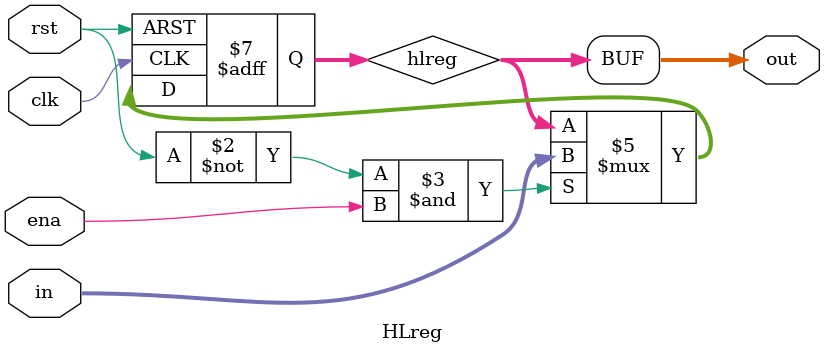
<source format=v>
`timescale 1ns / 1ps


module HLreg(
    input clk,
    input rst,
    input ena,
    input [31:0]in,
    output [31:0]out
    );
    reg[31:0]hlreg;
    always@(negedge clk or posedge rst)
    begin
        if(rst)
            hlreg<=32'b0;
        else if(~rst&ena)
            hlreg<=in;
        else
            hlreg<=hlreg;
    end
    assign out=hlreg;
endmodule

</source>
